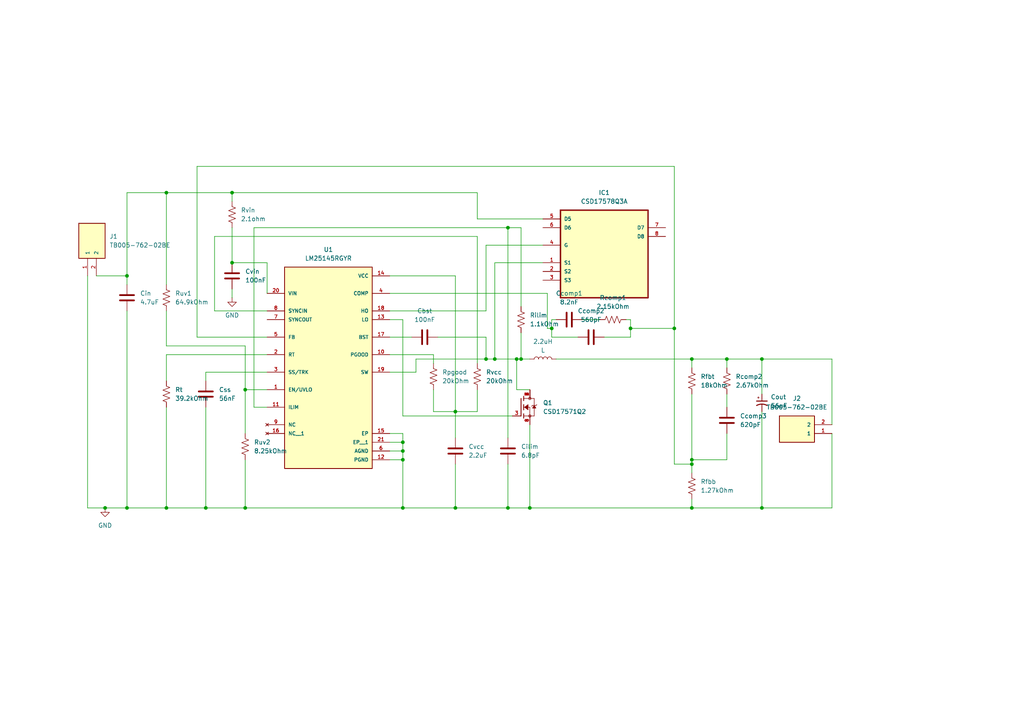
<source format=kicad_sch>
(kicad_sch (version 20250114) (generator "eeschema") (generator_version "9.0")
  (paper "A4")
  (lib_symbols
    (symbol "CSD17571Q2:CSD17571Q2" (pin_names (offset 1.016))
      (property "Reference" "Q" (at -8.89 2.54 0))
      (property "Value" "CSD17571Q2" (at -8.89 -7.62 0))
      (symbol "CSD17571Q2_0_0"
        (polyline (pts (xy 0 2.54) (xy 0 -2.54)) (stroke (width 0.254)))
        (polyline (pts (xy 0.762 3.175) (xy 0.762 2.54)) (stroke (width 0.254)))
        (polyline (pts (xy 0.762 2.54) (xy 0.762 1.905)) (stroke (width 0.254)))
        (polyline (pts (xy 0.762 2.54) (xy 3.81 2.54)) (stroke (width 0.1524)))
        (polyline (pts (xy 0.762 0.762) (xy 0.762 0)) (stroke (width 0.254)))
        (polyline (pts (xy 0.762 0) (xy 0.762 -0.762)) (stroke (width 0.254)))
        (polyline (pts (xy 0.762 0) (xy 2.54 0)) (stroke (width 0.1524)))
        (polyline (pts (xy 0.762 -1.905) (xy 0.762 -3.175)) (stroke (width 0.254)))
        (polyline (pts (xy 1.016 0) (xy 2.032 0.762) (xy 2.032 -0.762) (xy 1.016 0)) (stroke (width 0.1524)) (fill (type outline)))
        (circle (center 2.54 2.54) (radius 0.3592))
        (polyline (pts (xy 2.54 0) (xy 2.54 -2.54)) (stroke (width 0.1524)))
        (circle (center 2.54 -2.54) (radius 0.3592))
        (polyline (pts (xy 3.302 0.508) (xy 3.048 0.254)) (stroke (width 0.1524)))
        (polyline (pts (xy 3.81 2.54) (xy 3.81 0.508)) (stroke (width 0.1524)))
        (polyline (pts (xy 3.81 0.508) (xy 3.302 0.508)) (stroke (width 0.1524)))
        (polyline (pts (xy 3.81 0.508) (xy 3.81 -2.54)) (stroke (width 0.1524)))
        (polyline (pts (xy 3.81 0.508) (xy 3.302 -0.254) (xy 4.318 -0.254) (xy 3.81 0.508)) (stroke (width 0.1524)) (fill (type outline)))
        (polyline (pts (xy 3.81 -2.54) (xy 0.762 -2.54)) (stroke (width 0.1524)))
        (polyline (pts (xy 4.318 0.508) (xy 3.81 0.508)) (stroke (width 0.1524)))
        (polyline (pts (xy 4.572 0.762) (xy 4.318 0.508)) (stroke (width 0.1524)))
        (pin passive line (at -2.54 -2.54 0) (length 2.54) (name "~") (number "3"))
        (pin passive line (at 2.54 5.08 270) (length 2.54) (name "~") (number "1"))
        (pin passive line (at 2.54 5.08 270) (length 2.54) (name "~") (number "2"))
        (pin passive line (at 2.54 5.08 270) (length 2.54) (name "~") (number "5"))
        (pin passive line (at 2.54 5.08 270) (length 2.54) (name "~") (number "6"))
        (pin passive line (at 2.54 5.08 270) (length 2.54) (name "~") (number "7"))
        (pin passive line (at 2.54 -5.08 90) (length 2.54) (name "~") (number "4"))
        (pin passive line (at 2.54 -5.08 90) (length 2.54) (name "~") (number "8"))
      )
    )
    (symbol "CSD17578Q3A:CSD17578Q3A" (pin_names (offset 1.016))
      (property "Reference" "IC" (at -12.7 13.7 0))
      (property "Value" "CSD17578Q3A" (at -12.7 -16.7 0))
      (symbol "CSD17578Q3A_0_0"
        (rectangle (start -12.7 -12.7) (end 12.7 12.7) (stroke (width 0.41)) (fill (type background)))
        (pin bidirectional line (at -17.78 10.16 0) (length 5.08) (name "D5") (number "5"))
        (pin bidirectional line (at -17.78 7.62 0) (length 5.08) (name "D6") (number "6"))
        (pin bidirectional line (at -17.78 2.54 0) (length 5.08) (name "G") (number "4"))
        (pin bidirectional line (at -17.78 -2.54 0) (length 5.08) (name "S1") (number "1"))
        (pin bidirectional line (at -17.78 -5.08 0) (length 5.08) (name "S2") (number "2"))
        (pin bidirectional line (at -17.78 -7.62 0) (length 5.08) (name "S3") (number "3"))
        (pin bidirectional line (at 17.78 7.62 180) (length 5.08) (name "D7") (number "7"))
        (pin bidirectional line (at 17.78 5.08 180) (length 5.08) (name "D8") (number "8"))
      )
    )
    (symbol "Device:C" (pin_numbers (hide yes)) (pin_names (offset 0.254))
      (property "Reference" "C" (at 0.635 2.54 0))
      (property "Value" "C" (at 0.635 -2.54 0))
      (symbol "C_0_1"
        (polyline (pts (xy -2.032 0.762) (xy 2.032 0.762)) (stroke (width 0.508)))
        (polyline (pts (xy -2.032 -0.762) (xy 2.032 -0.762)) (stroke (width 0.508)))
      )
      (symbol "C_1_1"
        (pin passive line (at 0 3.81 270) (length 2.794) (name "~") (number "1"))
        (pin passive line (at 0 -3.81 90) (length 2.794) (name "~") (number "2"))
      )
    )
    (symbol "Device:C_Polarized_Small_US" (pin_numbers (hide yes)) (pin_names (offset 0.254) (hide yes))
      (property "Reference" "C" (at 0.254 1.778 0))
      (property "Value" "C_Polarized_Small_US" (at 0.254 -2.032 0))
      (symbol "C_Polarized_Small_US_0_1"
        (polyline (pts (xy -1.524 0.508) (xy 1.524 0.508)) (stroke (width 0.3048)))
        (polyline (pts (xy -1.27 1.524) (xy -0.762 1.524)))
        (polyline (pts (xy -1.016 1.27) (xy -1.016 1.778)))
        (arc (start -1.524 -0.762) (mid 0 -0.3734) (end 1.524 -0.762) (stroke (width 0.3048)))
      )
      (symbol "C_Polarized_Small_US_1_1"
        (pin passive line (at 0 2.54 270) (length 2.032) (name "~") (number "1"))
        (pin passive line (at 0 -2.54 90) (length 2.032) (name "~") (number "2"))
      )
    )
    (symbol "Device:L" (pin_numbers (hide yes)) (pin_names (offset 1.016) (hide yes))
      (property "Reference" "L" (at -1.27 0 90))
      (property "Value" "L" (at 1.905 0 90))
      (symbol "L_0_1"
        (arc (start 0 2.54) (mid 0.6323 1.905) (end 0 1.27))
        (arc (start 0 1.27) (mid 0.6323 0.635) (end 0 0))
        (arc (start 0 0) (mid 0.6323 -0.635) (end 0 -1.27))
        (arc (start 0 -1.27) (mid 0.6323 -1.905) (end 0 -2.54))
      )
      (symbol "L_1_1"
        (pin passive line (at 0 3.81 270) (length 1.27) (name "1") (number "1"))
        (pin passive line (at 0 -3.81 90) (length 1.27) (name "2") (number "2"))
      )
    )
    (symbol "Device:R_US" (pin_numbers (hide yes)) (pin_names (offset 0))
      (property "Reference" "R" (at 2.54 0 90))
      (property "Value" "R_US" (at -2.54 0 90))
      (symbol "R_US_0_1"
        (polyline (pts (xy 0 2.286) (xy 0 2.54)))
        (polyline (pts (xy 0 2.286) (xy 1.016 1.905) (xy 0 1.524) (xy -1.016 1.143) (xy 0 0.762)))
        (polyline (pts (xy 0 0.762) (xy 1.016 0.381) (xy 0 0) (xy -1.016 -0.381) (xy 0 -0.762)))
        (polyline (pts (xy 0 -0.762) (xy 1.016 -1.143) (xy 0 -1.524) (xy -1.016 -1.905) (xy 0 -2.286)))
        (polyline (pts (xy 0 -2.286) (xy 0 -2.54)))
      )
      (symbol "R_US_1_1"
        (pin passive line (at 0 3.81 270) (length 1.27) (name "~") (number "1"))
        (pin passive line (at 0 -3.81 90) (length 1.27) (name "~") (number "2"))
      )
    )
    (symbol "LM25145RGYR:LM25145RGYR" (pin_names (offset 1.016))
      (property "Reference" "U" (at -12.7 28.575 0))
      (property "Value" "LM25145RGYR" (at -12.7 -33.02 0))
      (symbol "LM25145RGYR_0_0"
        (rectangle (start -12.7 -30.48) (end 12.7 27.94) (stroke (width 0.254)) (fill (type background)))
        (pin input line (at -17.78 20.32 0) (length 5.08) (name "VIN") (number "20"))
        (pin input line (at -17.78 15.24 0) (length 5.08) (name "SYNCIN") (number "8"))
        (pin output line (at -17.78 12.7 0) (length 5.08) (name "SYNCOUT") (number "7"))
        (pin input line (at -17.78 7.62 0) (length 5.08) (name "FB") (number "5"))
        (pin input line (at -17.78 2.54 0) (length 5.08) (name "RT") (number "2"))
        (pin input line (at -17.78 -2.54 0) (length 5.08) (name "SS/TRK") (number "3"))
        (pin input line (at -17.78 -7.62 0) (length 5.08) (name "EN/UVLO") (number "1"))
        (pin input line (at -17.78 -12.7 0) (length 5.08) (name "ILIM") (number "11"))
        (pin no_connect line (at -17.78 -17.78 0) (length 5.08) (name "NC") (number "9"))
        (pin no_connect line (at -17.78 -20.32 0) (length 5.08) (name "NC__1") (number "16"))
        (pin power_in line (at 17.78 25.4 180) (length 5.08) (name "VCC") (number "14"))
        (pin output line (at 17.78 20.32 180) (length 5.08) (name "COMP") (number "4"))
        (pin output line (at 17.78 15.24 180) (length 5.08) (name "HO") (number "18"))
        (pin output line (at 17.78 12.7 180) (length 5.08) (name "LO") (number "13"))
        (pin output line (at 17.78 7.62 180) (length 5.08) (name "BST") (number "17"))
        (pin output line (at 17.78 2.54 180) (length 5.08) (name "PGOOD") (number "10"))
        (pin passive line (at 17.78 -2.54 180) (length 5.08) (name "SW") (number "19"))
        (pin passive line (at 17.78 -20.32 180) (length 5.08) (name "EP") (number "15"))
        (pin passive line (at 17.78 -22.86 180) (length 5.08) (name "EP__1") (number "21"))
        (pin power_in line (at 17.78 -25.4 180) (length 5.08) (name "AGND") (number "6"))
        (pin power_in line (at 17.78 -27.94 180) (length 5.08) (name "PGND") (number "12"))
      )
    )
    (symbol "TB005-762-02BE:TB005-762-02BE" (pin_names (offset 1.016))
      (property "Reference" "J" (at -5.58 5.08 0))
      (property "Value" "TB005-762-02BE" (at -5.08 -5.08 0))
      (symbol "TB005-762-02BE_0_0"
        (rectangle (start -5.08 -2.54) (end 5.08 5.08) (stroke (width 0.254)) (fill (type background)))
        (pin passive line (at -10.16 2.54 0) (length 5.08) (name "1") (number "1"))
        (pin passive line (at -10.16 0 0) (length 5.08) (name "2") (number "2"))
      )
    )
    (symbol "power:GND" (power) (pin_numbers (hide yes)) (pin_names (offset 0) (hide yes))
      (property "Value" "GND" (at 0 -3.81 0))
      (symbol "GND_0_1"
        (polyline (pts (xy 0 0) (xy 0 -1.27) (xy 1.27 -1.27) (xy 0 -2.54) (xy -1.27 -1.27) (xy 0 -1.27)))
      )
      (symbol "GND_1_1"
        (pin power_in line (at 0 0 270) (length 0) (name "~") (number "1"))
      )
    )
  )
  (junction (at 220.98 147.32))
  (junction (at 116.84 133.35))
  (junction (at 36.83 80.01))
  (junction (at 116.84 130.81))
  (junction (at 140.97 104.14))
  (junction (at 200.66 147.32))
  (junction (at 195.58 95.25))
  (junction (at 116.84 147.32))
  (junction (at 71.12 113.03))
  (junction (at 116.84 128.27))
  (junction (at 200.66 104.14))
  (junction (at 147.32 66.04))
  (junction (at 220.98 104.14))
  (junction (at 160.02 95.25))
  (junction (at 149.86 104.14))
  (junction (at 67.31 55.88))
  (junction (at 147.32 147.32))
  (junction (at 143.51 104.14))
  (junction (at 48.26 147.32))
  (junction (at 210.82 104.14))
  (junction (at 48.26 55.88))
  (junction (at 182.88 95.25))
  (junction (at 132.08 119.38))
  (junction (at 30.48 147.32))
  (junction (at 71.12 147.32))
  (junction (at 132.08 147.32))
  (junction (at 200.66 134.62))
  (junction (at 67.31 76.2))
  (junction (at 36.83 147.32))
  (junction (at 151.13 104.14))
  (junction (at 59.69 147.32))
  (junction (at 153.67 147.32))
  (junction (at 200.66 133.35))
  (wire (pts (xy 77.47 97.79) (xy 57.15 97.79)))
  (wire (pts (xy 132.08 147.32) (xy 147.32 147.32)))
  (wire (pts (xy 77.47 113.03) (xy 71.12 113.03)))
  (wire (pts (xy 120.65 107.95) (xy 120.65 104.14)))
  (wire (pts (xy 67.31 55.88) (xy 67.31 58.42)))
  (wire (pts (xy 48.26 100.33) (xy 71.12 100.33)))
  (wire (pts (xy 132.08 119.38) (xy 125.73 119.38)))
  (wire (pts (xy 132.08 119.38) (xy 138.43 119.38)))
  (wire (pts (xy 138.43 68.58) (xy 138.43 105.41)))
  (wire (pts (xy 195.58 134.62) (xy 200.66 134.62)))
  (wire (pts (xy 67.31 55.88) (xy 138.43 55.88)))
  (wire (pts (xy 36.83 55.88) (xy 36.83 80.01)))
  (wire (pts (xy 62.23 68.58) (xy 138.43 68.58)))
  (wire (pts (xy 161.29 92.71) (xy 160.02 92.71)))
  (wire (pts (xy 116.84 125.73) (xy 116.84 128.27)))
  (wire (pts (xy 77.47 118.11) (xy 73.66 118.11)))
  (wire (pts (xy 113.03 80.01) (xy 132.08 80.01)))
  (wire (pts (xy 48.26 118.11) (xy 48.26 147.32)))
  (wire (pts (xy 116.84 120.65) (xy 116.84 92.71)))
  (wire (pts (xy 113.03 125.73) (xy 116.84 125.73)))
  (wire (pts (xy 200.66 133.35) (xy 200.66 134.62)))
  (wire (pts (xy 182.88 95.25) (xy 195.58 95.25)))
  (wire (pts (xy 116.84 120.65) (xy 148.59 120.65)))
  (wire (pts (xy 151.13 104.14) (xy 153.67 104.14)))
  (wire (pts (xy 36.83 90.17) (xy 36.83 147.32)))
  (wire (pts (xy 71.12 133.35) (xy 71.12 147.32)))
  (wire (pts (xy 113.03 128.27) (xy 116.84 128.27)))
  (wire (pts (xy 143.51 104.14) (xy 149.86 104.14)))
  (wire (pts (xy 71.12 147.32) (xy 116.84 147.32)))
  (wire (pts (xy 73.66 118.11) (xy 73.66 66.04)))
  (wire (pts (xy 77.47 102.87) (xy 48.26 102.87)))
  (wire (pts (xy 59.69 147.32) (xy 71.12 147.32)))
  (wire (pts (xy 153.67 147.32) (xy 200.66 147.32)))
  (wire (pts (xy 113.03 130.81) (xy 116.84 130.81)))
  (wire (pts (xy 140.97 104.14) (xy 143.51 104.14)))
  (wire (pts (xy 48.26 147.32) (xy 59.69 147.32)))
  (wire (pts (xy 113.03 133.35) (xy 116.84 133.35)))
  (wire (pts (xy 120.65 104.14) (xy 140.97 104.14)))
  (wire (pts (xy 113.03 107.95) (xy 120.65 107.95)))
  (wire (pts (xy 149.86 104.14) (xy 151.13 104.14)))
  (wire (pts (xy 67.31 55.88) (xy 48.26 55.88)))
  (wire (pts (xy 182.88 92.71) (xy 182.88 95.25)))
  (wire (pts (xy 175.26 97.79) (xy 182.88 97.79)))
  (wire (pts (xy 27.94 80.01) (xy 36.83 80.01)))
  (wire (pts (xy 140.97 90.17) (xy 140.97 71.12)))
  (wire (pts (xy 241.3 123.19) (xy 241.3 104.14)))
  (wire (pts (xy 77.47 85.09) (xy 77.47 76.2)))
  (wire (pts (xy 147.32 134.62) (xy 147.32 147.32)))
  (wire (pts (xy 220.98 147.32) (xy 200.66 147.32)))
  (wire (pts (xy 158.75 95.25) (xy 160.02 95.25)))
  (wire (pts (xy 149.86 104.14) (xy 149.86 113.03)))
  (wire (pts (xy 125.73 102.87) (xy 125.73 105.41)))
  (wire (pts (xy 160.02 92.71) (xy 160.02 95.25)))
  (wire (pts (xy 132.08 80.01) (xy 132.08 119.38)))
  (wire (pts (xy 161.29 104.14) (xy 200.66 104.14)))
  (wire (pts (xy 77.47 107.95) (xy 59.69 107.95)))
  (wire (pts (xy 125.73 119.38) (xy 125.73 113.03)))
  (wire (pts (xy 210.82 104.14) (xy 210.82 106.68)))
  (wire (pts (xy 200.66 134.62) (xy 200.66 137.16)))
  (wire (pts (xy 140.97 71.12) (xy 157.48 71.12)))
  (wire (pts (xy 73.66 66.04) (xy 147.32 66.04)))
  (wire (pts (xy 77.47 90.17) (xy 62.23 90.17)))
  (wire (pts (xy 116.84 92.71) (xy 113.03 92.71)))
  (wire (pts (xy 160.02 97.79) (xy 167.64 97.79)))
  (wire (pts (xy 25.4 147.32) (xy 30.48 147.32)))
  (wire (pts (xy 149.86 113.03) (xy 153.67 113.03)))
  (wire (pts (xy 30.48 147.32) (xy 36.83 147.32)))
  (wire (pts (xy 200.66 106.68) (xy 200.66 104.14)))
  (wire (pts (xy 200.66 133.35) (xy 200.66 114.3)))
  (wire (pts (xy 151.13 96.52) (xy 151.13 104.14)))
  (wire (pts (xy 132.08 119.38) (xy 132.08 127)))
  (wire (pts (xy 113.03 97.79) (xy 119.38 97.79)))
  (wire (pts (xy 138.43 113.03) (xy 138.43 119.38)))
  (wire (pts (xy 151.13 66.04) (xy 151.13 88.9)))
  (wire (pts (xy 116.84 130.81) (xy 116.84 133.35)))
  (wire (pts (xy 168.91 92.71) (xy 173.99 92.71)))
  (wire (pts (xy 67.31 66.04) (xy 67.31 76.2)))
  (wire (pts (xy 62.23 68.58) (xy 62.23 90.17)))
  (wire (pts (xy 59.69 118.11) (xy 59.69 147.32)))
  (wire (pts (xy 210.82 114.3) (xy 210.82 118.11)))
  (wire (pts (xy 147.32 66.04) (xy 147.32 127)))
  (wire (pts (xy 138.43 55.88) (xy 138.43 63.5)))
  (wire (pts (xy 140.97 97.79) (xy 140.97 104.14)))
  (wire (pts (xy 48.26 55.88) (xy 48.26 82.55)))
  (wire (pts (xy 220.98 104.14) (xy 241.3 104.14)))
  (wire (pts (xy 36.83 80.01) (xy 36.83 82.55)))
  (wire (pts (xy 48.26 102.87) (xy 48.26 110.49)))
  (wire (pts (xy 113.03 102.87) (xy 125.73 102.87)))
  (wire (pts (xy 77.47 76.2) (xy 67.31 76.2)))
  (wire (pts (xy 138.43 63.5) (xy 157.48 63.5)))
  (wire (pts (xy 210.82 104.14) (xy 220.98 104.14)))
  (wire (pts (xy 158.75 85.09) (xy 158.75 95.25)))
  (wire (pts (xy 200.66 144.78) (xy 200.66 147.32)))
  (wire (pts (xy 182.88 92.71) (xy 181.61 92.71)))
  (wire (pts (xy 160.02 95.25) (xy 160.02 97.79)))
  (wire (pts (xy 48.26 90.17) (xy 48.26 100.33)))
  (wire (pts (xy 59.69 107.95) (xy 59.69 110.49)))
  (wire (pts (xy 116.84 133.35) (xy 116.84 147.32)))
  (wire (pts (xy 157.48 76.2) (xy 143.51 76.2)))
  (wire (pts (xy 113.03 85.09) (xy 158.75 85.09)))
  (wire (pts (xy 57.15 48.26) (xy 195.58 48.26)))
  (wire (pts (xy 210.82 125.73) (xy 210.82 133.35)))
  (wire (pts (xy 153.67 123.19) (xy 153.67 147.32)))
  (wire (pts (xy 200.66 104.14) (xy 210.82 104.14)))
  (wire (pts (xy 71.12 113.03) (xy 71.12 125.73)))
  (wire (pts (xy 71.12 100.33) (xy 71.12 113.03)))
  (wire (pts (xy 116.84 128.27) (xy 116.84 130.81)))
  (wire (pts (xy 241.3 125.73) (xy 241.3 147.32)))
  (wire (pts (xy 116.84 147.32) (xy 132.08 147.32)))
  (wire (pts (xy 147.32 66.04) (xy 151.13 66.04)))
  (wire (pts (xy 195.58 95.25) (xy 195.58 134.62)))
  (wire (pts (xy 220.98 104.14) (xy 220.98 114.3)))
  (wire (pts (xy 67.31 83.82) (xy 67.31 86.36)))
  (wire (pts (xy 195.58 48.26) (xy 195.58 95.25)))
  (wire (pts (xy 241.3 147.32) (xy 220.98 147.32)))
  (wire (pts (xy 25.4 80.01) (xy 25.4 147.32)))
  (wire (pts (xy 57.15 97.79) (xy 57.15 48.26)))
  (wire (pts (xy 132.08 147.32) (xy 132.08 134.62)))
  (wire (pts (xy 147.32 147.32) (xy 153.67 147.32)))
  (wire (pts (xy 48.26 55.88) (xy 36.83 55.88)))
  (wire (pts (xy 36.83 147.32) (xy 48.26 147.32)))
  (wire (pts (xy 127 97.79) (xy 140.97 97.79)))
  (wire (pts (xy 143.51 76.2) (xy 143.51 104.14)))
  (wire (pts (xy 220.98 119.38) (xy 220.98 147.32)))
  (wire (pts (xy 182.88 95.25) (xy 182.88 97.79)))
  (wire (pts (xy 200.66 133.35) (xy 210.82 133.35)))
  (wire (pts (xy 113.03 90.17) (xy 140.97 90.17)))
  (symbol (lib_id "power:GND") (at 30.48 147.32 0) (unit 1)
    (property "Reference" "#PWR01" (effects (hide yes)))
    (property "Value" "GND" (at 30.48 152.4 0))
    (property "Description" "Power symbol creates a global label with name \"GND\" , ground" (effects (hide yes)))
  )
  (symbol (lib_id "Device:C") (at 147.32 130.81 0) (unit 1)
    (property "Reference" "Cilim" (at 151.13 129.5399 0) (effects (justify left)))
    (property "Value" "6.8pF" (at 151.13 132.0799 0) (effects (justify left)))
    (property "Description" "0Ohm" (effects (hide yes)))
  )
  (symbol (lib_id "Device:R_US") (at 48.26 86.36 0) (unit 1)
    (property "Reference" "Ruv1" (at 50.8 85.0899 0) (effects (justify left)))
    (property "Value" "64.9kOhm" (at 50.8 87.6299 0) (effects (justify left)))
    (property "Description" "Resistor, US symbol" (effects (hide yes)))
  )
  (symbol (lib_id "Device:R_US") (at 177.8 92.71 90) (unit 1)
    (property "Reference" "Rcomp1" (at 177.8 86.36 90))
    (property "Value" "2.15kOhm" (at 177.8 88.9 90))
    (property "Description" "Resistor, US symbol" (effects (hide yes)))
  )
  (symbol (lib_id "Device:R_US") (at 71.12 129.54 0) (unit 1)
    (property "Reference" "Ruv2" (at 73.66 128.2699 0) (effects (justify left)))
    (property "Value" "8.25kOhm" (at 73.66 130.8099 0) (effects (justify left)))
    (property "Description" "Resistor, US symbol" (effects (hide yes)))
  )
  (symbol (lib_id "LM25145RGYR:LM25145RGYR") (at 95.25 105.41 0) (unit 1)
    (property "Reference" "U1" (at 95.25 72.39 0))
    (property "Value" "LM25145RGYR" (at 95.25 74.93 0))
    (property "Footprint" "LM25145RGYR:IC_LM25145RGYR" (effects (hide yes)))
    (property "MAXIMUM_PACKAGE_HEIGHT" "1mm" (effects (hide yes)))
    (property "CREATOR" "NEZY" (effects (hide yes)))
    (property "STANDARD" "Manufacturer Recommendations" (effects (hide yes)))
    (property "PARTREV" "June 2017" (effects (hide yes)))
    (property "MANUFACTURER" "Texas Instruments" (effects (hide yes)))
  )
  (symbol (lib_id "Device:C") (at 171.45 97.79 90) (unit 1)
    (property "Reference" "Ccomp2" (at 171.45 90.17 90))
    (property "Value" "560pF" (at 171.45 92.71 90))
    (property "Description" "1mOhm" (effects (hide yes)))
  )
  (symbol (lib_id "Device:R_US") (at 200.66 140.97 0) (unit 1)
    (property "Reference" "Rfbb" (at 203.2 139.6999 0) (effects (justify left)))
    (property "Value" "1.27kOhm" (at 203.2 142.2399 0) (effects (justify left)))
    (property "Description" "Resistor, US symbol" (effects (hide yes)))
  )
  (symbol (lib_id "Device:C") (at 67.31 80.01 0) (unit 1)
    (property "Reference" "Cvin" (at 71.12 78.7399 0) (effects (justify left)))
    (property "Value" "100nF" (at 71.12 81.2799 0) (effects (justify left)))
    (property "Description" "29.6mOhm" (effects (hide yes)))
  )
  (symbol (lib_id "TB005-762-02BE:TB005-762-02BE") (at 231.14 123.19 180) (unit 1)
    (property "Reference" "J2" (at 231.14 115.57 0))
    (property "Value" "TB005-762-02BE" (at 231.14 118.11 0))
    (property "Footprint" "TB005-762-02BE:CUI_TB005-762-02BE" (effects (hide yes)))
    (property "STANDARD" "Manufacturer Recommendations" (effects (hide yes)))
    (property "MANUFACTURER" "CUI" (effects (hide yes)))
  )
  (symbol (lib_id "Device:C") (at 210.82 121.92 0) (unit 1)
    (property "Reference" "Ccomp3" (at 214.63 120.6499 0) (effects (justify left)))
    (property "Value" "620pF" (at 214.63 123.1899 0) (effects (justify left)))
    (property "Description" "1mOhm" (effects (hide yes)))
  )
  (symbol (lib_id "Device:R_US") (at 125.73 109.22 0) (unit 1)
    (property "Reference" "Rpgood" (at 128.27 107.9499 0) (effects (justify left)))
    (property "Value" "20kOhm" (at 128.27 110.4899 0) (effects (justify left)))
    (property "Description" "Resistor, US symbol" (effects (hide yes)))
  )
  (symbol (lib_id "Device:R_US") (at 210.82 110.49 0) (unit 1)
    (property "Reference" "Rcomp2" (at 213.36 109.2199 0) (effects (justify left)))
    (property "Value" "2.67kOhm" (at 213.36 111.7599 0) (effects (justify left)))
    (property "Description" "Resistor, US symbol" (effects (hide yes)))
  )
  (symbol (lib_id "Device:L") (at 157.48 104.14 90) (unit 1)
    (property "Reference" "2.2uH" (at 157.48 99.06 90))
    (property "Value" "L" (at 157.48 101.6 90))
    (property "Description" "5.7mOhm" (effects (hide yes)))
  )
  (symbol (lib_id "Device:C") (at 165.1 92.71 90) (unit 1)
    (property "Reference" "Ccomp1" (at 165.1 85.09 90))
    (property "Value" "8.2nF" (at 165.1 87.63 90))
    (property "Description" "1mOhm" (effects (hide yes)))
  )
  (symbol (lib_id "power:GND") (at 67.31 86.36 0) (unit 1)
    (property "Reference" "#PWR02" (effects (hide yes)))
    (property "Value" "GND" (at 67.31 91.44 0))
    (property "Description" "Power symbol creates a global label with name \"GND\" , ground" (effects (hide yes)))
  )
  (symbol (lib_id "Device:C") (at 36.83 86.36 0) (unit 1)
    (property "Reference" "Cin" (at 40.64 85.0899 0) (effects (justify left)))
    (property "Value" "4.7uF" (at 40.64 87.6299 0) (effects (justify left)))
    (property "Description" "6.456mOhm" (effects (hide yes)))
  )
  (symbol (lib_id "Device:R_US") (at 48.26 114.3 0) (unit 1)
    (property "Reference" "Rt" (at 50.8 113.0299 0) (effects (justify left)))
    (property "Value" "39.2kOhm" (at 50.8 115.5699 0) (effects (justify left)))
    (property "Description" "Resistor, US symbol" (effects (hide yes)))
  )
  (symbol (lib_id "Device:C") (at 132.08 130.81 0) (unit 1)
    (property "Reference" "Cvcc" (at 135.89 129.5399 0) (effects (justify left)))
    (property "Value" "2.2uF" (at 135.89 132.0799 0) (effects (justify left)))
    (property "Description" "3.999mOhm" (effects (hide yes)))
  )
  (symbol (lib_id "Device:C") (at 59.69 114.3 0) (unit 1)
    (property "Reference" "Css" (at 63.5 113.0299 0) (effects (justify left)))
    (property "Value" "56nF" (at 63.5 115.5699 0) (effects (justify left)))
    (property "Description" "3.999mOhm" (effects (hide yes)))
  )
  (symbol (lib_id "Device:C_Polarized_Small_US") (at 220.98 116.84 0) (unit 1)
    (property "Reference" "Cout" (at 223.52 115.1381 0) (effects (justify left)))
    (property "Value" "56uF" (at 223.52 117.6781 0) (effects (justify left)))
    (property "Description" "30mOhm" (effects (hide yes)))
  )
  (symbol (lib_id "Device:R_US") (at 67.31 62.23 0) (unit 1)
    (property "Reference" "Rvin" (at 69.85 60.9599 0) (effects (justify left)))
    (property "Value" "2.1ohm" (at 69.85 63.4999 0) (effects (justify left)))
    (property "Description" "Resistor, US symbol" (effects (hide yes)))
  )
  (symbol (lib_id "Device:R_US") (at 138.43 109.22 0) (unit 1)
    (property "Reference" "Rvcc" (at 140.97 107.9499 0) (effects (justify left)))
    (property "Value" "20kOhm" (at 140.97 110.4899 0) (effects (justify left)))
    (property "Description" "Resistor, US symbol" (effects (hide yes)))
  )
  (symbol (lib_id "Device:C") (at 123.19 97.79 90) (unit 1)
    (property "Reference" "Cbst" (at 123.19 90.17 90))
    (property "Value" "100nF" (at 123.19 92.71 90))
    (property "Description" "29.6mOhm" (effects (hide yes)))
  )
  (symbol (lib_id "CSD17578Q3A:CSD17578Q3A") (at 175.26 73.66 0) (unit 1)
    (property "Reference" "IC1" (at 175.26 55.88 0))
    (property "Value" "CSD17578Q3A" (at 175.26 58.42 0))
    (property "Footprint" "CSD17578Q3A:TRANS_CSD18543Q3A" (effects (hide yes)))
  )
  (symbol (lib_id "CSD17571Q2:CSD17571Q2") (at 151.13 118.11 0) (unit 1)
    (property "Reference" "Q1" (at 157.48 116.8399 0) (effects (justify left)))
    (property "Value" "CSD17571Q2" (at 157.48 119.3799 0) (effects (justify left)))
    (property "Footprint" "CSD17571Q2:TRANS_CSD17571Q2" (effects (hide yes)))
    (property "PARTREV" "A" (effects (hide yes)))
    (property "MANUFACTURER" "Texas Instruments" (effects (hide yes)))
    (property "MAXIMUM_PACKAGE_HEIGHT" "0.85 mm" (effects (hide yes)))
    (property "STANDARD" "Manufacturer Recommendations" (effects (hide yes)))
  )
  (symbol (lib_id "TB005-762-02BE:TB005-762-02BE") (at 27.94 69.85 90) (unit 1)
    (property "Reference" "J1" (at 31.75 68.5799 90) (effects (justify right)))
    (property "Value" "TB005-762-02BE" (at 31.75 71.1199 90) (effects (justify right)))
    (property "Footprint" "TB005-762-02BE:CUI_TB005-762-02BE" (effects (hide yes)))
    (property "STANDARD" "Manufacturer Recommendations" (effects (hide yes)))
    (property "MANUFACTURER" "CUI" (effects (hide yes)))
  )
  (symbol (lib_id "Device:R_US") (at 200.66 110.49 0) (unit 1)
    (property "Reference" "Rfbt" (at 203.2 109.2199 0) (effects (justify left)))
    (property "Value" "18kOhm" (at 203.2 111.7599 0) (effects (justify left)))
    (property "Description" "Resistor, US symbol" (effects (hide yes)))
  )
  (symbol (lib_id "Device:R_US") (at 151.13 92.71 0) (unit 1)
    (property "Reference" "Rilim" (at 153.67 91.4399 0) (effects (justify left)))
    (property "Value" "1.1kOhm" (at 153.67 93.9799 0) (effects (justify left)))
    (property "Description" "Resistor, US symbol" (effects (hide yes)))
  )
)
</source>
